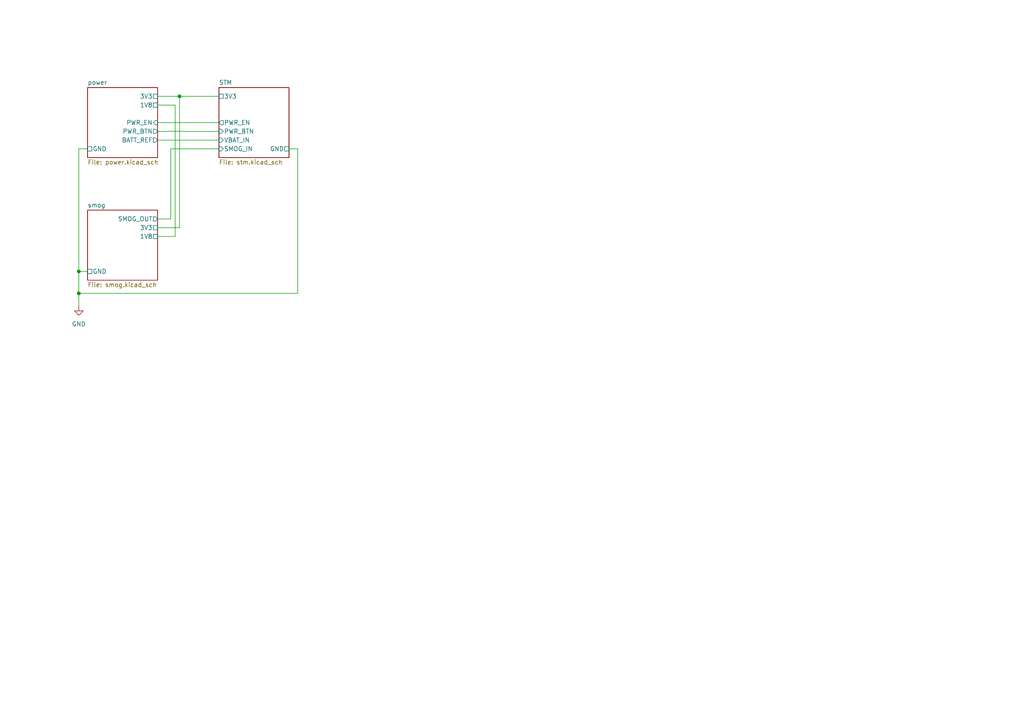
<source format=kicad_sch>
(kicad_sch (version 20231120) (generator "eeschema") (generator_version "8.0")
  (paper "A4")
  (title_block (title "E-Smog detector") (date "2024-03-15") (rev "0.2") (company "ARNweb Inc. ") (comment 1 "1798423") (comment 2 "Arne van Iterson"))
  (lib_symbols
    (symbol "power:GND" (power) (pin_numbers hide) (pin_names (offset 0) hide)
      (property "Value" "GND" (at 0 -3.81 0))
      (symbol "GND_0_1"
        (polyline (pts (xy 0 0) (xy 0 -1.27) (xy 1.27 -1.27) (xy 0 -2.54) (xy -1.27 -1.27) (xy 0 -1.27)))
      )
      (symbol "GND_1_1"
        (pin power_in line (at 0 0 270) (length 0) (name "~") (number "1"))
      )
    )
  )
  (junction (at 22.86 85.09))
  (junction (at 52.07 27.94))
  (junction (at 22.86 78.74))
  (wire (pts (xy 52.07 66.04) (xy 52.07 27.94)))
  (wire (pts (xy 22.86 43.18) (xy 22.86 78.74)))
  (wire (pts (xy 45.72 38.1) (xy 63.5 38.1)))
  (wire (pts (xy 45.72 63.5) (xy 49.53 63.5)))
  (wire (pts (xy 52.07 27.94) (xy 63.5 27.94)))
  (wire (pts (xy 45.72 40.64) (xy 63.5 40.64)))
  (wire (pts (xy 25.4 43.18) (xy 22.86 43.18)))
  (wire (pts (xy 86.36 85.09) (xy 22.86 85.09)))
  (wire (pts (xy 86.36 43.18) (xy 86.36 85.09)))
  (wire (pts (xy 22.86 85.09) (xy 22.86 88.9)))
  (wire (pts (xy 45.72 27.94) (xy 52.07 27.94)))
  (wire (pts (xy 22.86 78.74) (xy 22.86 85.09)))
  (wire (pts (xy 83.82 43.18) (xy 86.36 43.18)))
  (wire (pts (xy 22.86 78.74) (xy 25.4 78.74)))
  (wire (pts (xy 45.72 66.04) (xy 52.07 66.04)))
  (wire (pts (xy 49.53 43.18) (xy 63.5 43.18)))
  (wire (pts (xy 45.72 35.56) (xy 63.5 35.56)))
  (wire (pts (xy 50.8 30.48) (xy 50.8 68.58)))
  (wire (pts (xy 50.8 68.58) (xy 45.72 68.58)))
  (wire (pts (xy 49.53 63.5) (xy 49.53 43.18)))
  (wire (pts (xy 45.72 30.48) (xy 50.8 30.48)))
  (symbol (lib_id "power:GND") (at 22.86 88.9 0) (unit 1)
    (property "Reference" "#PWR030" (effects (hide yes)))
    (property "Value" "GND" (at 22.86 93.98 0))
    (property "Description" "Power symbol creates a global label with name \"GND\" , ground" (effects (hide yes)))
  )
  (sheet (at 25.4 25.4) (size 20.32 20.32) (stroke (width 0.1524))
    (property "Sheetname" "power" (at 25.4 24.6884 0) (effects (justify left bottom)))
    (property "Sheetfile" "power.kicad_sch" (at 25.4 46.3046 0) (effects (justify left top)))
    (pin "PWR_EN" input (at 45.72 35.56 0))
    (pin "PWR_BTN" output (at 45.72 38.1 0))
    (pin "BATT_REF" output (at 45.72 40.64 0))
    (pin "1V8" passive (at 45.72 30.48 0))
    (pin "3V3" passive (at 45.72 27.94 0))
    (pin "GND" passive (at 25.4 43.18 180))
  )
  (sheet (at 63.5 25.4) (size 20.32 20.32) (stroke (width 0.1524))
    (property "Sheetname" "STM" (at 63.5 24.6884 0) (effects (justify left bottom)))
    (property "Sheetfile" "stm.kicad_sch" (at 63.5 46.3046 0) (effects (justify left top)))
    (pin "PWR_EN" output (at 63.5 35.56 180))
    (pin "PWR_BTN" input (at 63.5 38.1 180))
    (pin "VBAT_IN" input (at 63.5 40.64 180))
    (pin "SMOG_IN" input (at 63.5 43.18 180))
    (pin "3V3" passive (at 63.5 27.94 180))
    (pin "GND" passive (at 83.82 43.18 0))
  )
  (sheet (at 25.4 60.96) (size 20.32 20.32) (stroke (width 0.1524))
    (property "Sheetname" "smog" (at 25.4 60.2484 0) (effects (justify left bottom)))
    (property "Sheetfile" "smog.kicad_sch" (at 25.4 81.8646 0) (effects (justify left top)))
    (pin "SMOG_OUT" output (at 45.72 63.5 0))
    (pin "3V3" passive (at 45.72 66.04 0))
    (pin "1V8" passive (at 45.72 68.58 0))
    (pin "GND" passive (at 25.4 78.74 180))
  )
)
</source>
